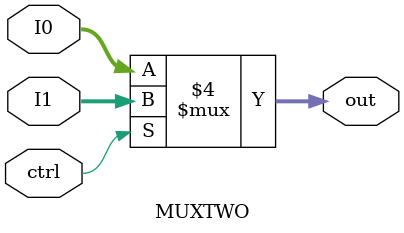
<source format=v>
module MUXTWO (I0,I1,ctrl,out);
	input[width-1:0] I0,I1;
	input ctrl;
	output reg[width-1:0] out;
	parameter width=32;

	always @(I0 or I1 or ctrl) begin
		if (ctrl==0)
			out=I0;
		else
			out=I1;
	end
endmodule

</source>
